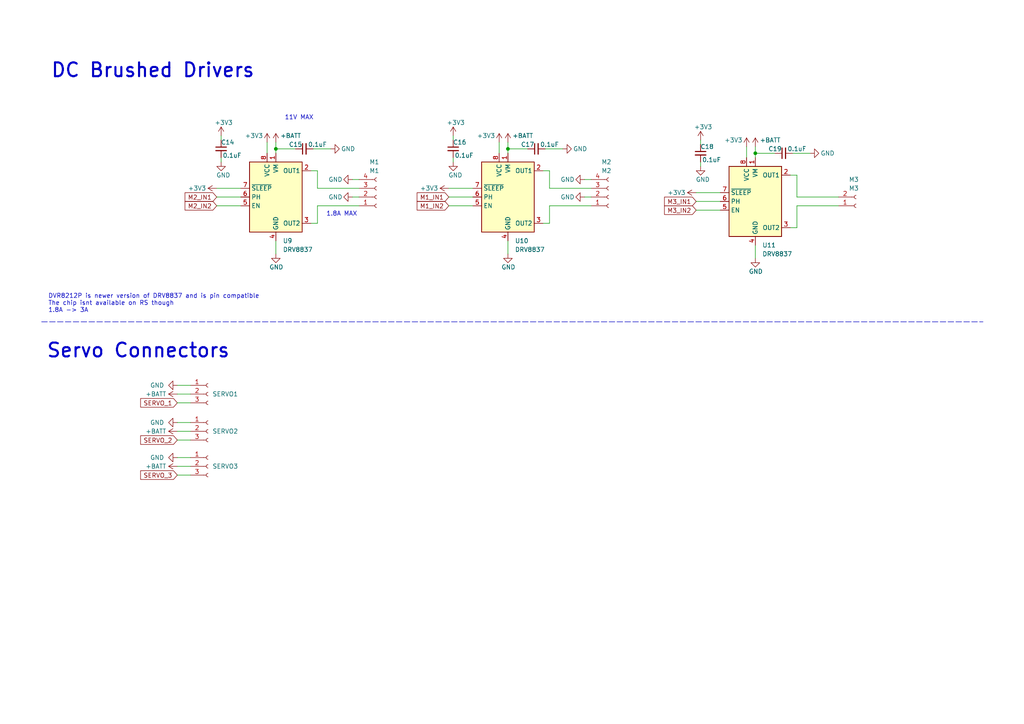
<source format=kicad_sch>
(kicad_sch (version 20211123) (generator eeschema)

  (uuid 95650435-2bca-4ab8-9424-49091483830c)

  (paper "A4")

  (lib_symbols
    (symbol "Connector:Conn_01x02_Female" (pin_names (offset 1.016) hide) (in_bom yes) (on_board yes)
      (property "Reference" "J" (id 0) (at 0 2.54 0)
        (effects (font (size 1.27 1.27)))
      )
      (property "Value" "Conn_01x02_Female" (id 1) (at 0 -5.08 0)
        (effects (font (size 1.27 1.27)))
      )
      (property "Footprint" "" (id 2) (at 0 0 0)
        (effects (font (size 1.27 1.27)) hide)
      )
      (property "Datasheet" "~" (id 3) (at 0 0 0)
        (effects (font (size 1.27 1.27)) hide)
      )
      (property "ki_keywords" "connector" (id 4) (at 0 0 0)
        (effects (font (size 1.27 1.27)) hide)
      )
      (property "ki_description" "Generic connector, single row, 01x02, script generated (kicad-library-utils/schlib/autogen/connector/)" (id 5) (at 0 0 0)
        (effects (font (size 1.27 1.27)) hide)
      )
      (property "ki_fp_filters" "Connector*:*_1x??_*" (id 6) (at 0 0 0)
        (effects (font (size 1.27 1.27)) hide)
      )
      (symbol "Conn_01x02_Female_1_1"
        (arc (start 0 -2.032) (mid -0.508 -2.54) (end 0 -3.048)
          (stroke (width 0.1524) (type default) (color 0 0 0 0))
          (fill (type none))
        )
        (polyline
          (pts
            (xy -1.27 -2.54)
            (xy -0.508 -2.54)
          )
          (stroke (width 0.1524) (type default) (color 0 0 0 0))
          (fill (type none))
        )
        (polyline
          (pts
            (xy -1.27 0)
            (xy -0.508 0)
          )
          (stroke (width 0.1524) (type default) (color 0 0 0 0))
          (fill (type none))
        )
        (arc (start 0 0.508) (mid -0.508 0) (end 0 -0.508)
          (stroke (width 0.1524) (type default) (color 0 0 0 0))
          (fill (type none))
        )
        (pin passive line (at -5.08 0 0) (length 3.81)
          (name "Pin_1" (effects (font (size 1.27 1.27))))
          (number "1" (effects (font (size 1.27 1.27))))
        )
        (pin passive line (at -5.08 -2.54 0) (length 3.81)
          (name "Pin_2" (effects (font (size 1.27 1.27))))
          (number "2" (effects (font (size 1.27 1.27))))
        )
      )
    )
    (symbol "Connector:Conn_01x03_Female" (pin_names (offset 1.016) hide) (in_bom yes) (on_board yes)
      (property "Reference" "J" (id 0) (at 0 5.08 0)
        (effects (font (size 1.27 1.27)))
      )
      (property "Value" "Conn_01x03_Female" (id 1) (at 0 -5.08 0)
        (effects (font (size 1.27 1.27)))
      )
      (property "Footprint" "" (id 2) (at 0 0 0)
        (effects (font (size 1.27 1.27)) hide)
      )
      (property "Datasheet" "~" (id 3) (at 0 0 0)
        (effects (font (size 1.27 1.27)) hide)
      )
      (property "ki_keywords" "connector" (id 4) (at 0 0 0)
        (effects (font (size 1.27 1.27)) hide)
      )
      (property "ki_description" "Generic connector, single row, 01x03, script generated (kicad-library-utils/schlib/autogen/connector/)" (id 5) (at 0 0 0)
        (effects (font (size 1.27 1.27)) hide)
      )
      (property "ki_fp_filters" "Connector*:*_1x??_*" (id 6) (at 0 0 0)
        (effects (font (size 1.27 1.27)) hide)
      )
      (symbol "Conn_01x03_Female_1_1"
        (arc (start 0 -2.032) (mid -0.508 -2.54) (end 0 -3.048)
          (stroke (width 0.1524) (type default) (color 0 0 0 0))
          (fill (type none))
        )
        (polyline
          (pts
            (xy -1.27 -2.54)
            (xy -0.508 -2.54)
          )
          (stroke (width 0.1524) (type default) (color 0 0 0 0))
          (fill (type none))
        )
        (polyline
          (pts
            (xy -1.27 0)
            (xy -0.508 0)
          )
          (stroke (width 0.1524) (type default) (color 0 0 0 0))
          (fill (type none))
        )
        (polyline
          (pts
            (xy -1.27 2.54)
            (xy -0.508 2.54)
          )
          (stroke (width 0.1524) (type default) (color 0 0 0 0))
          (fill (type none))
        )
        (arc (start 0 0.508) (mid -0.508 0) (end 0 -0.508)
          (stroke (width 0.1524) (type default) (color 0 0 0 0))
          (fill (type none))
        )
        (arc (start 0 3.048) (mid -0.508 2.54) (end 0 2.032)
          (stroke (width 0.1524) (type default) (color 0 0 0 0))
          (fill (type none))
        )
        (pin passive line (at -5.08 2.54 0) (length 3.81)
          (name "Pin_1" (effects (font (size 1.27 1.27))))
          (number "1" (effects (font (size 1.27 1.27))))
        )
        (pin passive line (at -5.08 0 0) (length 3.81)
          (name "Pin_2" (effects (font (size 1.27 1.27))))
          (number "2" (effects (font (size 1.27 1.27))))
        )
        (pin passive line (at -5.08 -2.54 0) (length 3.81)
          (name "Pin_3" (effects (font (size 1.27 1.27))))
          (number "3" (effects (font (size 1.27 1.27))))
        )
      )
    )
    (symbol "Connector:Conn_01x04_Female" (pin_names (offset 1.016) hide) (in_bom yes) (on_board yes)
      (property "Reference" "J" (id 0) (at 0 5.08 0)
        (effects (font (size 1.27 1.27)))
      )
      (property "Value" "Conn_01x04_Female" (id 1) (at 0 -7.62 0)
        (effects (font (size 1.27 1.27)))
      )
      (property "Footprint" "" (id 2) (at 0 0 0)
        (effects (font (size 1.27 1.27)) hide)
      )
      (property "Datasheet" "~" (id 3) (at 0 0 0)
        (effects (font (size 1.27 1.27)) hide)
      )
      (property "ki_keywords" "connector" (id 4) (at 0 0 0)
        (effects (font (size 1.27 1.27)) hide)
      )
      (property "ki_description" "Generic connector, single row, 01x04, script generated (kicad-library-utils/schlib/autogen/connector/)" (id 5) (at 0 0 0)
        (effects (font (size 1.27 1.27)) hide)
      )
      (property "ki_fp_filters" "Connector*:*_1x??_*" (id 6) (at 0 0 0)
        (effects (font (size 1.27 1.27)) hide)
      )
      (symbol "Conn_01x04_Female_1_1"
        (arc (start 0 -4.572) (mid -0.508 -5.08) (end 0 -5.588)
          (stroke (width 0.1524) (type default) (color 0 0 0 0))
          (fill (type none))
        )
        (arc (start 0 -2.032) (mid -0.508 -2.54) (end 0 -3.048)
          (stroke (width 0.1524) (type default) (color 0 0 0 0))
          (fill (type none))
        )
        (polyline
          (pts
            (xy -1.27 -5.08)
            (xy -0.508 -5.08)
          )
          (stroke (width 0.1524) (type default) (color 0 0 0 0))
          (fill (type none))
        )
        (polyline
          (pts
            (xy -1.27 -2.54)
            (xy -0.508 -2.54)
          )
          (stroke (width 0.1524) (type default) (color 0 0 0 0))
          (fill (type none))
        )
        (polyline
          (pts
            (xy -1.27 0)
            (xy -0.508 0)
          )
          (stroke (width 0.1524) (type default) (color 0 0 0 0))
          (fill (type none))
        )
        (polyline
          (pts
            (xy -1.27 2.54)
            (xy -0.508 2.54)
          )
          (stroke (width 0.1524) (type default) (color 0 0 0 0))
          (fill (type none))
        )
        (arc (start 0 0.508) (mid -0.508 0) (end 0 -0.508)
          (stroke (width 0.1524) (type default) (color 0 0 0 0))
          (fill (type none))
        )
        (arc (start 0 3.048) (mid -0.508 2.54) (end 0 2.032)
          (stroke (width 0.1524) (type default) (color 0 0 0 0))
          (fill (type none))
        )
        (pin passive line (at -5.08 2.54 0) (length 3.81)
          (name "Pin_1" (effects (font (size 1.27 1.27))))
          (number "1" (effects (font (size 1.27 1.27))))
        )
        (pin passive line (at -5.08 0 0) (length 3.81)
          (name "Pin_2" (effects (font (size 1.27 1.27))))
          (number "2" (effects (font (size 1.27 1.27))))
        )
        (pin passive line (at -5.08 -2.54 0) (length 3.81)
          (name "Pin_3" (effects (font (size 1.27 1.27))))
          (number "3" (effects (font (size 1.27 1.27))))
        )
        (pin passive line (at -5.08 -5.08 0) (length 3.81)
          (name "Pin_4" (effects (font (size 1.27 1.27))))
          (number "4" (effects (font (size 1.27 1.27))))
        )
      )
    )
    (symbol "Device:C_Small" (pin_numbers hide) (pin_names (offset 0.254) hide) (in_bom yes) (on_board yes)
      (property "Reference" "C" (id 0) (at 0.254 1.778 0)
        (effects (font (size 1.27 1.27)) (justify left))
      )
      (property "Value" "C_Small" (id 1) (at 0.254 -2.032 0)
        (effects (font (size 1.27 1.27)) (justify left))
      )
      (property "Footprint" "" (id 2) (at 0 0 0)
        (effects (font (size 1.27 1.27)) hide)
      )
      (property "Datasheet" "~" (id 3) (at 0 0 0)
        (effects (font (size 1.27 1.27)) hide)
      )
      (property "ki_keywords" "capacitor cap" (id 4) (at 0 0 0)
        (effects (font (size 1.27 1.27)) hide)
      )
      (property "ki_description" "Unpolarized capacitor, small symbol" (id 5) (at 0 0 0)
        (effects (font (size 1.27 1.27)) hide)
      )
      (property "ki_fp_filters" "C_*" (id 6) (at 0 0 0)
        (effects (font (size 1.27 1.27)) hide)
      )
      (symbol "C_Small_0_1"
        (polyline
          (pts
            (xy -1.524 -0.508)
            (xy 1.524 -0.508)
          )
          (stroke (width 0.3302) (type default) (color 0 0 0 0))
          (fill (type none))
        )
        (polyline
          (pts
            (xy -1.524 0.508)
            (xy 1.524 0.508)
          )
          (stroke (width 0.3048) (type default) (color 0 0 0 0))
          (fill (type none))
        )
      )
      (symbol "C_Small_1_1"
        (pin passive line (at 0 2.54 270) (length 2.032)
          (name "~" (effects (font (size 1.27 1.27))))
          (number "1" (effects (font (size 1.27 1.27))))
        )
        (pin passive line (at 0 -2.54 90) (length 2.032)
          (name "~" (effects (font (size 1.27 1.27))))
          (number "2" (effects (font (size 1.27 1.27))))
        )
      )
    )
    (symbol "Driver_Motor:DRV8838" (in_bom yes) (on_board yes)
      (property "Reference" "U" (id 0) (at 6.35 11.43 0)
        (effects (font (size 1.27 1.27)))
      )
      (property "Value" "DRV8838" (id 1) (at -10.16 11.43 0)
        (effects (font (size 1.27 1.27)))
      )
      (property "Footprint" "Package_SON:WSON-8-1EP_2x2mm_P0.5mm_EP0.9x1.6mm" (id 2) (at 0 -21.59 0)
        (effects (font (size 1.27 1.27)) hide)
      )
      (property "Datasheet" "http://www.ti.com/lit/ds/symlink/drv8837.pdf" (id 3) (at 0 0 0)
        (effects (font (size 1.27 1.27)) hide)
      )
      (property "ki_keywords" "half bridge driver" (id 4) (at 0 0 0)
        (effects (font (size 1.27 1.27)) hide)
      )
      (property "ki_description" "H-Bridge driver, 1.8A, Low Voltage, PH/EN input, WSON-8" (id 5) (at 0 0 0)
        (effects (font (size 1.27 1.27)) hide)
      )
      (property "ki_fp_filters" "WSON*1EP*2x2mm*P0.5mm*" (id 6) (at 0 0 0)
        (effects (font (size 1.27 1.27)) hide)
      )
      (symbol "DRV8838_0_1"
        (rectangle (start -7.62 10.16) (end 7.62 -10.16)
          (stroke (width 0.254) (type default) (color 0 0 0 0))
          (fill (type background))
        )
      )
      (symbol "DRV8838_1_1"
        (pin power_in line (at 0 12.7 270) (length 2.54)
          (name "VM" (effects (font (size 1.27 1.27))))
          (number "1" (effects (font (size 1.27 1.27))))
        )
        (pin output line (at 10.16 7.62 180) (length 2.54)
          (name "OUT1" (effects (font (size 1.27 1.27))))
          (number "2" (effects (font (size 1.27 1.27))))
        )
        (pin output line (at 10.16 -7.62 180) (length 2.54)
          (name "OUT2" (effects (font (size 1.27 1.27))))
          (number "3" (effects (font (size 1.27 1.27))))
        )
        (pin power_in line (at 0 -12.7 90) (length 2.54)
          (name "GND" (effects (font (size 1.27 1.27))))
          (number "4" (effects (font (size 1.27 1.27))))
        )
        (pin input line (at -10.16 -2.54 0) (length 2.54)
          (name "EN" (effects (font (size 1.27 1.27))))
          (number "5" (effects (font (size 1.27 1.27))))
        )
        (pin input line (at -10.16 0 0) (length 2.54)
          (name "PH" (effects (font (size 1.27 1.27))))
          (number "6" (effects (font (size 1.27 1.27))))
        )
        (pin input line (at -10.16 2.54 0) (length 2.54)
          (name "~{SLEEP}" (effects (font (size 1.27 1.27))))
          (number "7" (effects (font (size 1.27 1.27))))
        )
        (pin power_in line (at -2.54 12.7 270) (length 2.54)
          (name "VCC" (effects (font (size 1.27 1.27))))
          (number "8" (effects (font (size 1.27 1.27))))
        )
        (pin passive line (at 0 -12.7 90) (length 2.54) hide
          (name "GND" (effects (font (size 1.27 1.27))))
          (number "9" (effects (font (size 1.27 1.27))))
        )
      )
    )
    (symbol "power:+3V3" (power) (pin_names (offset 0)) (in_bom yes) (on_board yes)
      (property "Reference" "#PWR" (id 0) (at 0 -3.81 0)
        (effects (font (size 1.27 1.27)) hide)
      )
      (property "Value" "+3V3" (id 1) (at 0 3.556 0)
        (effects (font (size 1.27 1.27)))
      )
      (property "Footprint" "" (id 2) (at 0 0 0)
        (effects (font (size 1.27 1.27)) hide)
      )
      (property "Datasheet" "" (id 3) (at 0 0 0)
        (effects (font (size 1.27 1.27)) hide)
      )
      (property "ki_keywords" "power-flag" (id 4) (at 0 0 0)
        (effects (font (size 1.27 1.27)) hide)
      )
      (property "ki_description" "Power symbol creates a global label with name \"+3V3\"" (id 5) (at 0 0 0)
        (effects (font (size 1.27 1.27)) hide)
      )
      (symbol "+3V3_0_1"
        (polyline
          (pts
            (xy -0.762 1.27)
            (xy 0 2.54)
          )
          (stroke (width 0) (type default) (color 0 0 0 0))
          (fill (type none))
        )
        (polyline
          (pts
            (xy 0 0)
            (xy 0 2.54)
          )
          (stroke (width 0) (type default) (color 0 0 0 0))
          (fill (type none))
        )
        (polyline
          (pts
            (xy 0 2.54)
            (xy 0.762 1.27)
          )
          (stroke (width 0) (type default) (color 0 0 0 0))
          (fill (type none))
        )
      )
      (symbol "+3V3_1_1"
        (pin power_in line (at 0 0 90) (length 0) hide
          (name "+3V3" (effects (font (size 1.27 1.27))))
          (number "1" (effects (font (size 1.27 1.27))))
        )
      )
    )
    (symbol "power:+BATT" (power) (pin_names (offset 0)) (in_bom yes) (on_board yes)
      (property "Reference" "#PWR" (id 0) (at 0 -3.81 0)
        (effects (font (size 1.27 1.27)) hide)
      )
      (property "Value" "+BATT" (id 1) (at 0 3.556 0)
        (effects (font (size 1.27 1.27)))
      )
      (property "Footprint" "" (id 2) (at 0 0 0)
        (effects (font (size 1.27 1.27)) hide)
      )
      (property "Datasheet" "" (id 3) (at 0 0 0)
        (effects (font (size 1.27 1.27)) hide)
      )
      (property "ki_keywords" "power-flag battery" (id 4) (at 0 0 0)
        (effects (font (size 1.27 1.27)) hide)
      )
      (property "ki_description" "Power symbol creates a global label with name \"+BATT\"" (id 5) (at 0 0 0)
        (effects (font (size 1.27 1.27)) hide)
      )
      (symbol "+BATT_0_1"
        (polyline
          (pts
            (xy -0.762 1.27)
            (xy 0 2.54)
          )
          (stroke (width 0) (type default) (color 0 0 0 0))
          (fill (type none))
        )
        (polyline
          (pts
            (xy 0 0)
            (xy 0 2.54)
          )
          (stroke (width 0) (type default) (color 0 0 0 0))
          (fill (type none))
        )
        (polyline
          (pts
            (xy 0 2.54)
            (xy 0.762 1.27)
          )
          (stroke (width 0) (type default) (color 0 0 0 0))
          (fill (type none))
        )
      )
      (symbol "+BATT_1_1"
        (pin power_in line (at 0 0 90) (length 0) hide
          (name "+BATT" (effects (font (size 1.27 1.27))))
          (number "1" (effects (font (size 1.27 1.27))))
        )
      )
    )
    (symbol "power:GND" (power) (pin_names (offset 0)) (in_bom yes) (on_board yes)
      (property "Reference" "#PWR" (id 0) (at 0 -6.35 0)
        (effects (font (size 1.27 1.27)) hide)
      )
      (property "Value" "GND" (id 1) (at 0 -3.81 0)
        (effects (font (size 1.27 1.27)))
      )
      (property "Footprint" "" (id 2) (at 0 0 0)
        (effects (font (size 1.27 1.27)) hide)
      )
      (property "Datasheet" "" (id 3) (at 0 0 0)
        (effects (font (size 1.27 1.27)) hide)
      )
      (property "ki_keywords" "power-flag" (id 4) (at 0 0 0)
        (effects (font (size 1.27 1.27)) hide)
      )
      (property "ki_description" "Power symbol creates a global label with name \"GND\" , ground" (id 5) (at 0 0 0)
        (effects (font (size 1.27 1.27)) hide)
      )
      (symbol "GND_0_1"
        (polyline
          (pts
            (xy 0 0)
            (xy 0 -1.27)
            (xy 1.27 -1.27)
            (xy 0 -2.54)
            (xy -1.27 -1.27)
            (xy 0 -1.27)
          )
          (stroke (width 0) (type default) (color 0 0 0 0))
          (fill (type none))
        )
      )
      (symbol "GND_1_1"
        (pin power_in line (at 0 0 270) (length 0) hide
          (name "GND" (effects (font (size 1.27 1.27))))
          (number "1" (effects (font (size 1.27 1.27))))
        )
      )
    )
  )

  (junction (at 80.01 43.18) (diameter 0) (color 0 0 0 0)
    (uuid 2f309fff-b895-4b1e-9bd9-d63596e70ff2)
  )
  (junction (at 147.32 43.18) (diameter 0) (color 0 0 0 0)
    (uuid 95f8b26e-54bd-4184-99e4-276a73c3d544)
  )
  (junction (at 219.075 44.45) (diameter 0) (color 0 0 0 0)
    (uuid e16085f7-4869-4b2c-98d7-9cfae0b50045)
  )

  (wire (pts (xy 147.32 41.275) (xy 147.32 43.18))
    (stroke (width 0) (type default) (color 0 0 0 0))
    (uuid 0145818a-6243-4d94-88ab-7dd78377ebf8)
  )
  (wire (pts (xy 64.135 45.72) (xy 64.135 46.99))
    (stroke (width 0) (type default) (color 0 0 0 0))
    (uuid 016620fa-35ff-4f9d-aef2-36ec1dc505d9)
  )
  (wire (pts (xy 80.01 41.275) (xy 80.01 43.18))
    (stroke (width 0) (type default) (color 0 0 0 0))
    (uuid 023f5e17-d531-4799-ac3b-18c2654f95fe)
  )
  (wire (pts (xy 159.385 64.77) (xy 157.48 64.77))
    (stroke (width 0) (type default) (color 0 0 0 0))
    (uuid 07820d7f-76a4-46c1-b963-3adb3b47c185)
  )
  (wire (pts (xy 51.435 114.3) (xy 55.245 114.3))
    (stroke (width 0) (type default) (color 0 0 0 0))
    (uuid 0802884c-e1d8-4fa0-97bc-6a0864fe8eb9)
  )
  (wire (pts (xy 62.865 54.61) (xy 69.85 54.61))
    (stroke (width 0) (type default) (color 0 0 0 0))
    (uuid 08b0dc3c-145e-4d00-a2c1-0018935e2e50)
  )
  (wire (pts (xy 201.93 55.88) (xy 208.915 55.88))
    (stroke (width 0) (type default) (color 0 0 0 0))
    (uuid 0995efe8-2232-4179-8505-c5a952b262d5)
  )
  (wire (pts (xy 219.075 42.545) (xy 219.075 44.45))
    (stroke (width 0) (type default) (color 0 0 0 0))
    (uuid 0ab98f26-d068-46b9-b567-24b68ca7fecf)
  )
  (wire (pts (xy 131.445 39.37) (xy 131.445 40.64))
    (stroke (width 0) (type default) (color 0 0 0 0))
    (uuid 1525e89b-21c1-4a7c-91e9-4cc02a2771d6)
  )
  (wire (pts (xy 201.93 60.96) (xy 208.915 60.96))
    (stroke (width 0) (type default) (color 0 0 0 0))
    (uuid 153902c7-209a-420b-8a6b-54d996ec0c66)
  )
  (wire (pts (xy 92.075 54.61) (xy 104.14 54.61))
    (stroke (width 0) (type default) (color 0 0 0 0))
    (uuid 21722ec0-02a4-4a84-a8c9-3615814136e2)
  )
  (wire (pts (xy 51.435 111.76) (xy 55.245 111.76))
    (stroke (width 0) (type default) (color 0 0 0 0))
    (uuid 231c715d-58d8-4c96-935e-d46ac667d2df)
  )
  (wire (pts (xy 51.435 125.095) (xy 55.245 125.095))
    (stroke (width 0) (type default) (color 0 0 0 0))
    (uuid 23ad0ba0-0b3f-4814-b744-8e43aee27a6a)
  )
  (wire (pts (xy 219.075 44.45) (xy 219.075 45.72))
    (stroke (width 0) (type default) (color 0 0 0 0))
    (uuid 25bd2138-5ea2-437a-818c-804f414cc20c)
  )
  (wire (pts (xy 130.175 57.15) (xy 137.16 57.15))
    (stroke (width 0) (type default) (color 0 0 0 0))
    (uuid 2aa085e1-bd49-4e14-92a7-2400a3e00bd9)
  )
  (wire (pts (xy 159.385 59.69) (xy 159.385 64.77))
    (stroke (width 0) (type default) (color 0 0 0 0))
    (uuid 2fd8d1d0-71ad-41a0-899f-830e06e1217a)
  )
  (wire (pts (xy 64.135 39.37) (xy 64.135 40.64))
    (stroke (width 0) (type default) (color 0 0 0 0))
    (uuid 33e7788d-7921-4c62-8901-6d867dbbc1d0)
  )
  (wire (pts (xy 159.385 49.53) (xy 157.48 49.53))
    (stroke (width 0) (type default) (color 0 0 0 0))
    (uuid 38d5bf76-ea1c-408a-a0c5-aa93e70f5776)
  )
  (wire (pts (xy 51.435 137.795) (xy 55.245 137.795))
    (stroke (width 0) (type default) (color 0 0 0 0))
    (uuid 3f9a6ba7-aa06-4aaf-a32d-6ffff79494d2)
  )
  (wire (pts (xy 80.01 43.18) (xy 80.01 44.45))
    (stroke (width 0) (type default) (color 0 0 0 0))
    (uuid 4141b972-c27e-491c-aa44-73827f494d58)
  )
  (wire (pts (xy 62.865 59.69) (xy 69.85 59.69))
    (stroke (width 0) (type default) (color 0 0 0 0))
    (uuid 45cabf0f-c151-4adc-997d-38d1e9714ff5)
  )
  (wire (pts (xy 92.075 49.53) (xy 90.17 49.53))
    (stroke (width 0) (type default) (color 0 0 0 0))
    (uuid 46b8edf9-acee-43bc-aee9-1af0ee6bd992)
  )
  (wire (pts (xy 231.14 57.15) (xy 243.205 57.15))
    (stroke (width 0) (type default) (color 0 0 0 0))
    (uuid 4bdebef5-59bb-4f69-9236-4d40f401d81d)
  )
  (wire (pts (xy 169.545 52.07) (xy 171.45 52.07))
    (stroke (width 0) (type default) (color 0 0 0 0))
    (uuid 5c2a9625-6f8c-4e5f-b6a6-6d6267655a29)
  )
  (wire (pts (xy 130.175 54.61) (xy 137.16 54.61))
    (stroke (width 0) (type default) (color 0 0 0 0))
    (uuid 69960f65-6a7e-429a-b808-0700887808b3)
  )
  (wire (pts (xy 92.075 64.77) (xy 90.17 64.77))
    (stroke (width 0) (type default) (color 0 0 0 0))
    (uuid 6b2cabc6-44d7-4b49-ae0a-62f2b2ac8a26)
  )
  (wire (pts (xy 229.87 44.45) (xy 234.95 44.45))
    (stroke (width 0) (type default) (color 0 0 0 0))
    (uuid 7689b1b4-4cd7-4e23-9929-27f521328b88)
  )
  (wire (pts (xy 92.075 59.69) (xy 104.14 59.69))
    (stroke (width 0) (type default) (color 0 0 0 0))
    (uuid 7868527e-8834-438d-8df4-6515d3e47f8e)
  )
  (wire (pts (xy 51.435 132.715) (xy 55.245 132.715))
    (stroke (width 0) (type default) (color 0 0 0 0))
    (uuid 793a806d-63d0-4ac8-904a-90fd020e3966)
  )
  (wire (pts (xy 80.01 69.85) (xy 80.01 73.66))
    (stroke (width 0) (type default) (color 0 0 0 0))
    (uuid 7a1634e7-d4ac-4de9-a446-979d360d9b82)
  )
  (wire (pts (xy 102.235 52.07) (xy 104.14 52.07))
    (stroke (width 0) (type default) (color 0 0 0 0))
    (uuid 7b9ee16d-eac3-48ce-8c80-9855178befef)
  )
  (polyline (pts (xy 12.065 93.345) (xy 285.115 93.345))
    (stroke (width 0) (type default) (color 0 0 0 0))
    (uuid 7be26a35-8f61-4e89-8ed5-97d97bdfe58a)
  )

  (wire (pts (xy 201.93 58.42) (xy 208.915 58.42))
    (stroke (width 0) (type default) (color 0 0 0 0))
    (uuid 7d4ecfa5-cb69-4c1d-9b67-fd9be96a08a1)
  )
  (wire (pts (xy 231.14 50.8) (xy 231.14 57.15))
    (stroke (width 0) (type default) (color 0 0 0 0))
    (uuid 813e9037-2df4-4f0d-8191-1644c5d17f75)
  )
  (wire (pts (xy 231.14 50.8) (xy 229.235 50.8))
    (stroke (width 0) (type default) (color 0 0 0 0))
    (uuid 855b4a28-3e11-4778-8713-f058656785a9)
  )
  (wire (pts (xy 92.075 54.61) (xy 92.075 49.53))
    (stroke (width 0) (type default) (color 0 0 0 0))
    (uuid 8618ae0c-d3a9-47cd-9e59-5532baf01b84)
  )
  (wire (pts (xy 131.445 45.72) (xy 131.445 46.99))
    (stroke (width 0) (type default) (color 0 0 0 0))
    (uuid 93ad1ffb-442b-4773-aa56-06dcd8200d3c)
  )
  (wire (pts (xy 231.14 66.04) (xy 229.235 66.04))
    (stroke (width 0) (type default) (color 0 0 0 0))
    (uuid 9503e84b-e8cc-4f55-bfa5-6ee930476a0c)
  )
  (wire (pts (xy 51.435 116.84) (xy 55.245 116.84))
    (stroke (width 0) (type default) (color 0 0 0 0))
    (uuid 9525a3e8-2757-4b35-b323-0c8fc8ca1fe0)
  )
  (wire (pts (xy 51.435 135.255) (xy 55.245 135.255))
    (stroke (width 0) (type default) (color 0 0 0 0))
    (uuid 957bd69c-0b28-450b-957a-c9775b297749)
  )
  (wire (pts (xy 62.865 57.15) (xy 69.85 57.15))
    (stroke (width 0) (type default) (color 0 0 0 0))
    (uuid 9d3b65e5-c305-4e7f-bd3b-1806a2b81ef5)
  )
  (wire (pts (xy 159.385 54.61) (xy 171.45 54.61))
    (stroke (width 0) (type default) (color 0 0 0 0))
    (uuid aeeb5c3d-e1f3-4c60-9237-ee3a6d4fe095)
  )
  (wire (pts (xy 159.385 54.61) (xy 159.385 49.53))
    (stroke (width 0) (type default) (color 0 0 0 0))
    (uuid b30e2834-f9e0-4d6d-b58e-0684a1f588b4)
  )
  (wire (pts (xy 203.2 40.64) (xy 203.2 41.91))
    (stroke (width 0) (type default) (color 0 0 0 0))
    (uuid b77cf76b-3db5-4536-a82a-2da0d5b32d9f)
  )
  (wire (pts (xy 219.075 44.45) (xy 224.79 44.45))
    (stroke (width 0) (type default) (color 0 0 0 0))
    (uuid ba77d96a-4f6a-41a2-b5fd-61c1f841cca0)
  )
  (wire (pts (xy 216.535 42.545) (xy 216.535 45.72))
    (stroke (width 0) (type default) (color 0 0 0 0))
    (uuid bf4b1704-01c4-4efa-9f10-f1e414a19309)
  )
  (wire (pts (xy 147.32 69.85) (xy 147.32 73.66))
    (stroke (width 0) (type default) (color 0 0 0 0))
    (uuid c0a3d68f-4e87-4d35-8f58-2dbdaf90d530)
  )
  (wire (pts (xy 219.075 71.12) (xy 219.075 74.93))
    (stroke (width 0) (type default) (color 0 0 0 0))
    (uuid c504b5c5-b570-4acf-b284-210aca04141e)
  )
  (wire (pts (xy 147.32 43.18) (xy 153.035 43.18))
    (stroke (width 0) (type default) (color 0 0 0 0))
    (uuid c6767b57-e432-4d0d-a5d1-bee2120e6f90)
  )
  (wire (pts (xy 51.435 122.555) (xy 55.245 122.555))
    (stroke (width 0) (type default) (color 0 0 0 0))
    (uuid c8b39d36-266f-40d2-b774-fd1613850154)
  )
  (wire (pts (xy 147.32 43.18) (xy 147.32 44.45))
    (stroke (width 0) (type default) (color 0 0 0 0))
    (uuid ca2c03c4-c8be-4bd9-99ff-24508d725122)
  )
  (wire (pts (xy 77.47 41.275) (xy 77.47 44.45))
    (stroke (width 0) (type default) (color 0 0 0 0))
    (uuid cb0c58e5-499a-4707-b90a-a61bf8d6ef76)
  )
  (wire (pts (xy 92.075 59.69) (xy 92.075 64.77))
    (stroke (width 0) (type default) (color 0 0 0 0))
    (uuid cf4e930f-3b44-4db8-8bce-d6379b72ca8a)
  )
  (wire (pts (xy 159.385 59.69) (xy 171.45 59.69))
    (stroke (width 0) (type default) (color 0 0 0 0))
    (uuid d40305bd-5a7b-458e-aa2c-c8134ed20aa7)
  )
  (wire (pts (xy 243.205 59.69) (xy 231.14 59.69))
    (stroke (width 0) (type default) (color 0 0 0 0))
    (uuid d80e08e2-e265-41af-978c-59dbadec2da2)
  )
  (wire (pts (xy 158.115 43.18) (xy 163.195 43.18))
    (stroke (width 0) (type default) (color 0 0 0 0))
    (uuid deccc679-a148-47b4-b65d-0d62ad3e33a1)
  )
  (wire (pts (xy 203.2 46.99) (xy 203.2 48.26))
    (stroke (width 0) (type default) (color 0 0 0 0))
    (uuid e88745e2-13bd-482d-953f-de3b1ba156a1)
  )
  (wire (pts (xy 144.78 41.275) (xy 144.78 44.45))
    (stroke (width 0) (type default) (color 0 0 0 0))
    (uuid eccf20a0-a723-4915-822d-a8a89043c207)
  )
  (wire (pts (xy 169.545 57.15) (xy 171.45 57.15))
    (stroke (width 0) (type default) (color 0 0 0 0))
    (uuid ed60e2a5-e7e8-4516-9c8b-af5335961617)
  )
  (wire (pts (xy 102.235 57.15) (xy 104.14 57.15))
    (stroke (width 0) (type default) (color 0 0 0 0))
    (uuid f0a394a3-9d0e-4756-8f73-194a99369c98)
  )
  (wire (pts (xy 80.01 43.18) (xy 85.725 43.18))
    (stroke (width 0) (type default) (color 0 0 0 0))
    (uuid f2f83e82-92ad-43d3-87e7-8259cb3420a6)
  )
  (wire (pts (xy 51.435 127.635) (xy 55.245 127.635))
    (stroke (width 0) (type default) (color 0 0 0 0))
    (uuid f49d6a54-5f69-4ad1-9f89-b0ab90812e26)
  )
  (wire (pts (xy 90.805 43.18) (xy 95.885 43.18))
    (stroke (width 0) (type default) (color 0 0 0 0))
    (uuid f92563d4-6438-4506-8208-fdea09db36e0)
  )
  (wire (pts (xy 130.175 59.69) (xy 137.16 59.69))
    (stroke (width 0) (type default) (color 0 0 0 0))
    (uuid fe48ff45-0a1a-40bb-a07e-76e9ef79367d)
  )
  (wire (pts (xy 231.14 59.69) (xy 231.14 66.04))
    (stroke (width 0) (type default) (color 0 0 0 0))
    (uuid ff123e66-14cb-43ad-ae55-796f232f84ea)
  )

  (text "Servo Connectors" (at 13.335 104.14 0)
    (effects (font (size 4 4) (thickness 0.6) bold) (justify left bottom))
    (uuid 1b1eefc8-34fa-4eb5-869a-9b0a4ac1e13d)
  )
  (text "DVR8212P is newer version of DRV8837 and is pin compatible\nThe chip isnt available on RS though\n1.8A -> 3A"
    (at 13.97 90.805 0)
    (effects (font (size 1.27 1.27)) (justify left bottom))
    (uuid 3e64d4d4-01be-47dc-98d3-84a9fed17cfd)
  )
  (text "1.8A MAX" (at 94.615 62.865 0)
    (effects (font (size 1.27 1.27)) (justify left bottom))
    (uuid b6986de4-b5bf-4704-bb32-0bdc41c60d6b)
  )
  (text "11V MAX" (at 82.55 34.925 0)
    (effects (font (size 1.27 1.27)) (justify left bottom))
    (uuid b6fa5fa8-1327-4771-97cf-93ad0bf2fa17)
  )
  (text "DC Brushed Drivers" (at 14.605 22.86 0)
    (effects (font (size 4 4) (thickness 0.6) bold) (justify left bottom))
    (uuid ea69e9d8-d362-438e-86c2-f7e781fd4830)
  )

  (global_label "M3_IN1" (shape input) (at 201.93 58.42 180) (fields_autoplaced)
    (effects (font (size 1.27 1.27)) (justify right))
    (uuid 0cb28def-cde5-45f6-b937-ed79745bc3dc)
    (property "Intersheet References" "${INTERSHEET_REFS}" (id 0) (at 192.7436 58.3406 0)
      (effects (font (size 1.27 1.27)) (justify right) hide)
    )
  )
  (global_label "M2_IN2" (shape input) (at 62.865 59.69 180) (fields_autoplaced)
    (effects (font (size 1.27 1.27)) (justify right))
    (uuid 174883c3-b3d3-4da6-89ca-bcfe0260112e)
    (property "Intersheet References" "${INTERSHEET_REFS}" (id 0) (at 53.6786 59.6106 0)
      (effects (font (size 1.27 1.27)) (justify right) hide)
    )
  )
  (global_label "M3_IN2" (shape input) (at 201.93 60.96 180) (fields_autoplaced)
    (effects (font (size 1.27 1.27)) (justify right))
    (uuid 182f498f-bb42-42b4-9db4-c048730e9b63)
    (property "Intersheet References" "${INTERSHEET_REFS}" (id 0) (at 192.7436 60.8806 0)
      (effects (font (size 1.27 1.27)) (justify right) hide)
    )
  )
  (global_label "SERVO_1" (shape input) (at 51.435 116.84 180) (fields_autoplaced)
    (effects (font (size 1.27 1.27)) (justify right))
    (uuid 250200b2-d2eb-4c1d-8b57-6e1b0746953e)
    (property "Intersheet References" "${INTERSHEET_REFS}" (id 0) (at 40.7971 116.7606 0)
      (effects (font (size 1.27 1.27)) (justify right) hide)
    )
  )
  (global_label "M1_IN1" (shape input) (at 130.175 57.15 180) (fields_autoplaced)
    (effects (font (size 1.27 1.27)) (justify right))
    (uuid 48133d13-c28f-46c3-bcfa-e15ee43a50ae)
    (property "Intersheet References" "${INTERSHEET_REFS}" (id 0) (at 120.9886 57.0706 0)
      (effects (font (size 1.27 1.27)) (justify right) hide)
    )
  )
  (global_label "M1_IN2" (shape input) (at 130.175 59.69 180) (fields_autoplaced)
    (effects (font (size 1.27 1.27)) (justify right))
    (uuid 8c9853a7-bfee-4c40-9d1f-5ba22d7390c8)
    (property "Intersheet References" "${INTERSHEET_REFS}" (id 0) (at 120.9886 59.6106 0)
      (effects (font (size 1.27 1.27)) (justify right) hide)
    )
  )
  (global_label "SERVO_2" (shape input) (at 51.435 127.635 180) (fields_autoplaced)
    (effects (font (size 1.27 1.27)) (justify right))
    (uuid 8d3b8ee5-0c66-4e4f-ab5f-9a12f8ff3ee6)
    (property "Intersheet References" "${INTERSHEET_REFS}" (id 0) (at 40.7971 127.5556 0)
      (effects (font (size 1.27 1.27)) (justify right) hide)
    )
  )
  (global_label "M2_IN1" (shape input) (at 62.865 57.15 180) (fields_autoplaced)
    (effects (font (size 1.27 1.27)) (justify right))
    (uuid f6876710-31a0-4382-9ae8-73970cc98b92)
    (property "Intersheet References" "${INTERSHEET_REFS}" (id 0) (at 53.6786 57.0706 0)
      (effects (font (size 1.27 1.27)) (justify right) hide)
    )
  )
  (global_label "SERVO_3" (shape input) (at 51.435 137.795 180) (fields_autoplaced)
    (effects (font (size 1.27 1.27)) (justify right))
    (uuid fe568b8f-d73a-4d3f-81dc-0b4fabcc946b)
    (property "Intersheet References" "${INTERSHEET_REFS}" (id 0) (at 40.7971 137.7156 0)
      (effects (font (size 1.27 1.27)) (justify right) hide)
    )
  )

  (symbol (lib_id "Connector:Conn_01x04_Female") (at 109.22 57.15 0) (mirror x) (unit 1)
    (in_bom no) (on_board yes) (fields_autoplaced)
    (uuid 01683630-4ee8-4d7e-93b5-683152bbae55)
    (property "Reference" "M1" (id 0) (at 108.585 46.99 0))
    (property "Value" "M1" (id 1) (at 108.585 49.53 0))
    (property "Footprint" "Connector_PinHeader_2.54mm:PinHeader_2x02_P2.54mm_Vertical" (id 2) (at 109.22 57.15 0)
      (effects (font (size 1.27 1.27)) hide)
    )
    (property "Datasheet" "~" (id 3) (at 109.22 57.15 0)
      (effects (font (size 1.27 1.27)) hide)
    )
    (pin "1" (uuid 0c764934-fd92-478e-bda4-e4b81b7998d1))
    (pin "2" (uuid 7e11488a-9823-457e-8e0a-2bfe1ac0ae2f))
    (pin "3" (uuid 1b5d7d26-6dc3-49cb-90f8-6af889cc4f21))
    (pin "4" (uuid b8ba82c1-8b2c-46f5-9da8-ae384717f91d))
  )

  (symbol (lib_id "power:+3V3") (at 130.175 54.61 90) (unit 1)
    (in_bom yes) (on_board yes)
    (uuid 027cfbd9-e6fd-42fc-8c85-c0282c500841)
    (property "Reference" "#PWR0168" (id 0) (at 133.985 54.61 0)
      (effects (font (size 1.27 1.27)) hide)
    )
    (property "Value" "+3V3" (id 1) (at 124.46 54.61 90))
    (property "Footprint" "" (id 2) (at 130.175 54.61 0)
      (effects (font (size 1.27 1.27)) hide)
    )
    (property "Datasheet" "" (id 3) (at 130.175 54.61 0)
      (effects (font (size 1.27 1.27)) hide)
    )
    (pin "1" (uuid 0fae5471-c973-4851-b2e0-ce4d1475f30d))
  )

  (symbol (lib_id "power:+BATT") (at 80.01 41.275 0) (unit 1)
    (in_bom yes) (on_board yes)
    (uuid 0d562b28-7faa-44f7-b1e6-1ebbb83ef049)
    (property "Reference" "#PWR0120" (id 0) (at 80.01 45.085 0)
      (effects (font (size 1.27 1.27)) hide)
    )
    (property "Value" "+BATT" (id 1) (at 81.28 39.37 0)
      (effects (font (size 1.27 1.27)) (justify left))
    )
    (property "Footprint" "" (id 2) (at 80.01 41.275 0)
      (effects (font (size 1.27 1.27)) hide)
    )
    (property "Datasheet" "" (id 3) (at 80.01 41.275 0)
      (effects (font (size 1.27 1.27)) hide)
    )
    (pin "1" (uuid 69e82d4f-d75c-49fd-a176-c2700f8a6a8b))
  )

  (symbol (lib_id "power:GND") (at 147.32 73.66 0) (unit 1)
    (in_bom yes) (on_board yes)
    (uuid 10f7f8f0-a64a-400b-bbdc-4e005410d865)
    (property "Reference" "#PWR0149" (id 0) (at 147.32 80.01 0)
      (effects (font (size 1.27 1.27)) hide)
    )
    (property "Value" "GND" (id 1) (at 145.415 77.47 0)
      (effects (font (size 1.27 1.27)) (justify left))
    )
    (property "Footprint" "" (id 2) (at 147.32 73.66 0)
      (effects (font (size 1.27 1.27)) hide)
    )
    (property "Datasheet" "" (id 3) (at 147.32 73.66 0)
      (effects (font (size 1.27 1.27)) hide)
    )
    (pin "1" (uuid f3721dfe-65d6-444e-b815-121c80ae629c))
  )

  (symbol (lib_id "power:GND") (at 219.075 74.93 0) (unit 1)
    (in_bom yes) (on_board yes)
    (uuid 161aac87-10fc-40e7-be87-8e49b2f21156)
    (property "Reference" "#PWR013" (id 0) (at 219.075 81.28 0)
      (effects (font (size 1.27 1.27)) hide)
    )
    (property "Value" "GND" (id 1) (at 217.17 78.74 0)
      (effects (font (size 1.27 1.27)) (justify left))
    )
    (property "Footprint" "" (id 2) (at 219.075 74.93 0)
      (effects (font (size 1.27 1.27)) hide)
    )
    (property "Datasheet" "" (id 3) (at 219.075 74.93 0)
      (effects (font (size 1.27 1.27)) hide)
    )
    (pin "1" (uuid dc45226c-51d6-47cd-b07c-444c065821f7))
  )

  (symbol (lib_id "power:+3V3") (at 131.445 39.37 0) (unit 1)
    (in_bom yes) (on_board yes)
    (uuid 1629c8eb-71d5-40d9-8969-fe1953db6fee)
    (property "Reference" "#PWR0147" (id 0) (at 131.445 43.18 0)
      (effects (font (size 1.27 1.27)) hide)
    )
    (property "Value" "+3V3" (id 1) (at 129.54 35.56 0)
      (effects (font (size 1.27 1.27)) (justify left))
    )
    (property "Footprint" "" (id 2) (at 131.445 39.37 0)
      (effects (font (size 1.27 1.27)) hide)
    )
    (property "Datasheet" "" (id 3) (at 131.445 39.37 0)
      (effects (font (size 1.27 1.27)) hide)
    )
    (pin "1" (uuid 7f797ba5-66cb-4830-90e7-c877f3b69578))
  )

  (symbol (lib_id "power:GND") (at 64.135 46.99 0) (unit 1)
    (in_bom yes) (on_board yes)
    (uuid 23fa888a-3744-4966-bf13-5b352e7b9079)
    (property "Reference" "#PWR0157" (id 0) (at 64.135 53.34 0)
      (effects (font (size 1.27 1.27)) hide)
    )
    (property "Value" "GND" (id 1) (at 64.77 50.8 0))
    (property "Footprint" "" (id 2) (at 64.135 46.99 0)
      (effects (font (size 1.27 1.27)) hide)
    )
    (property "Datasheet" "" (id 3) (at 64.135 46.99 0)
      (effects (font (size 1.27 1.27)) hide)
    )
    (pin "1" (uuid 3f4f9f0c-162b-4f96-afbf-a24888dc3135))
  )

  (symbol (lib_id "power:+BATT") (at 51.435 135.255 90) (unit 1)
    (in_bom yes) (on_board yes) (fields_autoplaced)
    (uuid 2bd73926-648b-46d7-8b0e-80186a57f654)
    (property "Reference" "#PWR0177" (id 0) (at 55.245 135.255 0)
      (effects (font (size 1.27 1.27)) hide)
    )
    (property "Value" "+BATT" (id 1) (at 48.26 135.2549 90)
      (effects (font (size 1.27 1.27)) (justify left))
    )
    (property "Footprint" "" (id 2) (at 51.435 135.255 0)
      (effects (font (size 1.27 1.27)) hide)
    )
    (property "Datasheet" "" (id 3) (at 51.435 135.255 0)
      (effects (font (size 1.27 1.27)) hide)
    )
    (pin "1" (uuid fcd8bc7a-b509-42e7-9f51-291857925c19))
  )

  (symbol (lib_id "power:+3V3") (at 62.865 54.61 90) (unit 1)
    (in_bom yes) (on_board yes)
    (uuid 3570b042-3bdb-4832-a220-d45df5df14b9)
    (property "Reference" "#PWR0169" (id 0) (at 66.675 54.61 0)
      (effects (font (size 1.27 1.27)) hide)
    )
    (property "Value" "+3V3" (id 1) (at 57.15 54.61 90))
    (property "Footprint" "" (id 2) (at 62.865 54.61 0)
      (effects (font (size 1.27 1.27)) hide)
    )
    (property "Datasheet" "" (id 3) (at 62.865 54.61 0)
      (effects (font (size 1.27 1.27)) hide)
    )
    (pin "1" (uuid 984b59d7-d0b1-4a91-af0b-5146466b53da))
  )

  (symbol (lib_id "power:GND") (at 163.195 43.18 90) (unit 1)
    (in_bom yes) (on_board yes)
    (uuid 43c72eab-6778-439f-bdb2-a62bdaa6dc5a)
    (property "Reference" "#PWR0151" (id 0) (at 169.545 43.18 0)
      (effects (font (size 1.27 1.27)) hide)
    )
    (property "Value" "GND" (id 1) (at 168.275 43.18 90))
    (property "Footprint" "" (id 2) (at 163.195 43.18 0)
      (effects (font (size 1.27 1.27)) hide)
    )
    (property "Datasheet" "" (id 3) (at 163.195 43.18 0)
      (effects (font (size 1.27 1.27)) hide)
    )
    (pin "1" (uuid 57ec6319-a98a-4ba2-b503-50802f2e6c20))
  )

  (symbol (lib_id "Device:C_Small") (at 64.135 43.18 0) (unit 1)
    (in_bom yes) (on_board yes)
    (uuid 469da584-fdcb-4b4c-a574-a51d09409b09)
    (property "Reference" "C14" (id 0) (at 66.04 41.275 0))
    (property "Value" "0.1uF" (id 1) (at 67.31 45.085 0))
    (property "Footprint" "Capacitor_SMD:C_0603_1608Metric" (id 2) (at 64.135 43.18 0)
      (effects (font (size 1.27 1.27)) hide)
    )
    (property "Datasheet" "~" (id 3) (at 64.135 43.18 0)
      (effects (font (size 1.27 1.27)) hide)
    )
    (property "Vendor" "RS" (id 4) (at 64.135 43.18 0)
      (effects (font (size 1.27 1.27)) hide)
    )
    (property "RS Link" "https://uk.rs-online.com/web/p/mlccs-multilayer-ceramic-capacitors/6983263" (id 5) (at 64.135 43.18 0)
      (effects (font (size 1.27 1.27)) hide)
    )
    (property "RS Price" "0.01" (id 6) (at 64.135 43.18 0)
      (effects (font (size 1.27 1.27)) hide)
    )
    (property "RS Min" "25" (id 7) (at 64.135 43.18 0)
      (effects (font (size 1.27 1.27)) hide)
    )
    (pin "1" (uuid 2fad88af-5417-402d-b963-515770ecedd9))
    (pin "2" (uuid 8dab78a3-88b6-47d5-b721-6051e24ea954))
  )

  (symbol (lib_id "power:GND") (at 80.01 73.66 0) (unit 1)
    (in_bom yes) (on_board yes)
    (uuid 481997a1-5a99-4400-b3d1-fa53a3642bd5)
    (property "Reference" "#PWR0156" (id 0) (at 80.01 80.01 0)
      (effects (font (size 1.27 1.27)) hide)
    )
    (property "Value" "GND" (id 1) (at 78.105 77.47 0)
      (effects (font (size 1.27 1.27)) (justify left))
    )
    (property "Footprint" "" (id 2) (at 80.01 73.66 0)
      (effects (font (size 1.27 1.27)) hide)
    )
    (property "Datasheet" "" (id 3) (at 80.01 73.66 0)
      (effects (font (size 1.27 1.27)) hide)
    )
    (pin "1" (uuid 2645507e-6fea-4ad6-ad97-c94e6b9dab08))
  )

  (symbol (lib_id "Connector:Conn_01x03_Female") (at 60.325 135.255 0) (unit 1)
    (in_bom no) (on_board yes)
    (uuid 4a9e3243-44fe-4ec0-bc94-a093f6136e8f)
    (property "Reference" "SERVO3" (id 0) (at 61.595 135.255 0)
      (effects (font (size 1.27 1.27)) (justify left))
    )
    (property "Value" "Servo 3" (id 1) (at 61.595 136.5249 0)
      (effects (font (size 1.27 1.27)) (justify left) hide)
    )
    (property "Footprint" "Connector_PinHeader_2.54mm:PinHeader_1x03_P2.54mm_Vertical" (id 2) (at 60.325 135.255 0)
      (effects (font (size 1.27 1.27)) hide)
    )
    (property "Datasheet" "~" (id 3) (at 60.325 135.255 0)
      (effects (font (size 1.27 1.27)) hide)
    )
    (pin "1" (uuid 831ea29d-10eb-4043-a202-c5585aca5829))
    (pin "2" (uuid 28a6fdec-a9ab-448c-b59a-db213e7acb81))
    (pin "3" (uuid 2c92925a-2ea7-49c2-86b1-2b6a2b1f5a93))
  )

  (symbol (lib_id "power:+BATT") (at 147.32 41.275 0) (unit 1)
    (in_bom yes) (on_board yes)
    (uuid 4c5141d5-2182-4ab2-bbe0-446577fafd86)
    (property "Reference" "#PWR0132" (id 0) (at 147.32 45.085 0)
      (effects (font (size 1.27 1.27)) hide)
    )
    (property "Value" "+BATT" (id 1) (at 148.59 39.37 0)
      (effects (font (size 1.27 1.27)) (justify left))
    )
    (property "Footprint" "" (id 2) (at 147.32 41.275 0)
      (effects (font (size 1.27 1.27)) hide)
    )
    (property "Datasheet" "" (id 3) (at 147.32 41.275 0)
      (effects (font (size 1.27 1.27)) hide)
    )
    (pin "1" (uuid 67cdeb22-c61c-406a-89f8-89a1d444cdbe))
  )

  (symbol (lib_id "power:+3V3") (at 201.93 55.88 90) (unit 1)
    (in_bom yes) (on_board yes)
    (uuid 4f69a446-4211-4b75-bc18-99a8a18ae133)
    (property "Reference" "#PWR09" (id 0) (at 205.74 55.88 0)
      (effects (font (size 1.27 1.27)) hide)
    )
    (property "Value" "+3V3" (id 1) (at 196.215 55.88 90))
    (property "Footprint" "" (id 2) (at 201.93 55.88 0)
      (effects (font (size 1.27 1.27)) hide)
    )
    (property "Datasheet" "" (id 3) (at 201.93 55.88 0)
      (effects (font (size 1.27 1.27)) hide)
    )
    (pin "1" (uuid 2d6aa09f-dd95-4055-92ce-f2c49397515b))
  )

  (symbol (lib_id "power:GND") (at 95.885 43.18 90) (unit 1)
    (in_bom yes) (on_board yes)
    (uuid 55667375-1073-43ad-97cf-d5787c184823)
    (property "Reference" "#PWR0155" (id 0) (at 102.235 43.18 0)
      (effects (font (size 1.27 1.27)) hide)
    )
    (property "Value" "GND" (id 1) (at 100.965 43.18 90))
    (property "Footprint" "" (id 2) (at 95.885 43.18 0)
      (effects (font (size 1.27 1.27)) hide)
    )
    (property "Datasheet" "" (id 3) (at 95.885 43.18 0)
      (effects (font (size 1.27 1.27)) hide)
    )
    (pin "1" (uuid 9819dac3-ff7c-43f2-9b87-7be4b172bda8))
  )

  (symbol (lib_id "power:GND") (at 234.95 44.45 90) (unit 1)
    (in_bom yes) (on_board yes)
    (uuid 55e6df82-60ee-4223-b202-53e61c69eae3)
    (property "Reference" "#PWR014" (id 0) (at 241.3 44.45 0)
      (effects (font (size 1.27 1.27)) hide)
    )
    (property "Value" "GND" (id 1) (at 240.03 44.45 90))
    (property "Footprint" "" (id 2) (at 234.95 44.45 0)
      (effects (font (size 1.27 1.27)) hide)
    )
    (property "Datasheet" "" (id 3) (at 234.95 44.45 0)
      (effects (font (size 1.27 1.27)) hide)
    )
    (pin "1" (uuid 25f58dbe-5e35-43b3-8684-2a64cc013fad))
  )

  (symbol (lib_id "power:+BATT") (at 51.435 125.095 90) (unit 1)
    (in_bom yes) (on_board yes) (fields_autoplaced)
    (uuid 6d9a4855-e0de-4c65-9273-2bdef1f8bb2f)
    (property "Reference" "#PWR0176" (id 0) (at 55.245 125.095 0)
      (effects (font (size 1.27 1.27)) hide)
    )
    (property "Value" "+BATT" (id 1) (at 48.26 125.0949 90)
      (effects (font (size 1.27 1.27)) (justify left))
    )
    (property "Footprint" "" (id 2) (at 51.435 125.095 0)
      (effects (font (size 1.27 1.27)) hide)
    )
    (property "Datasheet" "" (id 3) (at 51.435 125.095 0)
      (effects (font (size 1.27 1.27)) hide)
    )
    (pin "1" (uuid 9cf331d6-b074-4779-bfeb-63150566901c))
  )

  (symbol (lib_id "power:GND") (at 131.445 46.99 0) (unit 1)
    (in_bom yes) (on_board yes)
    (uuid 711e5e65-a5c2-4cd8-a28b-7d66f6a947aa)
    (property "Reference" "#PWR0150" (id 0) (at 131.445 53.34 0)
      (effects (font (size 1.27 1.27)) hide)
    )
    (property "Value" "GND" (id 1) (at 132.08 50.8 0))
    (property "Footprint" "" (id 2) (at 131.445 46.99 0)
      (effects (font (size 1.27 1.27)) hide)
    )
    (property "Datasheet" "" (id 3) (at 131.445 46.99 0)
      (effects (font (size 1.27 1.27)) hide)
    )
    (pin "1" (uuid b486b2b9-32d2-4061-b87a-a00c7b7624b9))
  )

  (symbol (lib_id "power:+3V3") (at 216.535 42.545 0) (unit 1)
    (in_bom yes) (on_board yes)
    (uuid 7a42b7d3-bfa4-4125-99b4-2a3bbd08566e)
    (property "Reference" "#PWR012" (id 0) (at 216.535 46.355 0)
      (effects (font (size 1.27 1.27)) hide)
    )
    (property "Value" "+3V3" (id 1) (at 212.725 40.64 0))
    (property "Footprint" "" (id 2) (at 216.535 42.545 0)
      (effects (font (size 1.27 1.27)) hide)
    )
    (property "Datasheet" "" (id 3) (at 216.535 42.545 0)
      (effects (font (size 1.27 1.27)) hide)
    )
    (pin "1" (uuid 3045b549-cced-494a-9ae4-9bdff682a87d))
  )

  (symbol (lib_id "power:GND") (at 169.545 52.07 270) (unit 1)
    (in_bom yes) (on_board yes)
    (uuid 847d8d8d-ebfb-490d-891c-77a968a21e1b)
    (property "Reference" "#PWR0161" (id 0) (at 163.195 52.07 0)
      (effects (font (size 1.27 1.27)) hide)
    )
    (property "Value" "GND" (id 1) (at 162.56 52.07 90)
      (effects (font (size 1.27 1.27)) (justify left))
    )
    (property "Footprint" "" (id 2) (at 169.545 52.07 0)
      (effects (font (size 1.27 1.27)) hide)
    )
    (property "Datasheet" "" (id 3) (at 169.545 52.07 0)
      (effects (font (size 1.27 1.27)) hide)
    )
    (pin "1" (uuid f547b75f-23a0-4ef2-968a-38a7b355461a))
  )

  (symbol (lib_id "power:GND") (at 51.435 122.555 270) (unit 1)
    (in_bom yes) (on_board yes) (fields_autoplaced)
    (uuid 88b2d8ef-92f3-4712-86ba-ef966698a9b1)
    (property "Reference" "#PWR0154" (id 0) (at 45.085 122.555 0)
      (effects (font (size 1.27 1.27)) hide)
    )
    (property "Value" "GND" (id 1) (at 47.625 122.5549 90)
      (effects (font (size 1.27 1.27)) (justify right))
    )
    (property "Footprint" "" (id 2) (at 51.435 122.555 0)
      (effects (font (size 1.27 1.27)) hide)
    )
    (property "Datasheet" "" (id 3) (at 51.435 122.555 0)
      (effects (font (size 1.27 1.27)) hide)
    )
    (pin "1" (uuid 452306bb-04bb-4412-9626-e8d6d4581379))
  )

  (symbol (lib_id "Connector:Conn_01x04_Female") (at 176.53 57.15 0) (mirror x) (unit 1)
    (in_bom no) (on_board yes) (fields_autoplaced)
    (uuid 89ca28f1-d5ea-4cc8-8251-d4e1fc2381ff)
    (property "Reference" "M2" (id 0) (at 175.895 46.99 0))
    (property "Value" "M2" (id 1) (at 175.895 49.53 0))
    (property "Footprint" "Connector_PinHeader_2.54mm:PinHeader_2x02_P2.54mm_Vertical" (id 2) (at 176.53 57.15 0)
      (effects (font (size 1.27 1.27)) hide)
    )
    (property "Datasheet" "~" (id 3) (at 176.53 57.15 0)
      (effects (font (size 1.27 1.27)) hide)
    )
    (pin "1" (uuid b88bdf5f-0227-4a64-b67b-b8eada8f16d6))
    (pin "2" (uuid a454b755-8805-495c-94c8-925c0acbb302))
    (pin "3" (uuid 44f4f35a-155b-465b-8a16-596cf8cad7b2))
    (pin "4" (uuid d80b7c76-d711-4a60-b46b-ba26258b2bf0))
  )

  (symbol (lib_id "power:GND") (at 102.235 52.07 270) (unit 1)
    (in_bom yes) (on_board yes)
    (uuid 977ad947-a104-4c6a-803f-5f419f549466)
    (property "Reference" "#PWR0160" (id 0) (at 95.885 52.07 0)
      (effects (font (size 1.27 1.27)) hide)
    )
    (property "Value" "GND" (id 1) (at 95.25 52.07 90)
      (effects (font (size 1.27 1.27)) (justify left))
    )
    (property "Footprint" "" (id 2) (at 102.235 52.07 0)
      (effects (font (size 1.27 1.27)) hide)
    )
    (property "Datasheet" "" (id 3) (at 102.235 52.07 0)
      (effects (font (size 1.27 1.27)) hide)
    )
    (pin "1" (uuid 9a324768-0c9b-46b8-8860-9fdf9b8a7402))
  )

  (symbol (lib_id "power:+BATT") (at 219.075 42.545 0) (unit 1)
    (in_bom yes) (on_board yes)
    (uuid 9e19ef94-ec75-4d5d-b563-031752e65674)
    (property "Reference" "#PWR0174" (id 0) (at 219.075 46.355 0)
      (effects (font (size 1.27 1.27)) hide)
    )
    (property "Value" "+BATT" (id 1) (at 220.345 40.64 0)
      (effects (font (size 1.27 1.27)) (justify left))
    )
    (property "Footprint" "" (id 2) (at 219.075 42.545 0)
      (effects (font (size 1.27 1.27)) hide)
    )
    (property "Datasheet" "" (id 3) (at 219.075 42.545 0)
      (effects (font (size 1.27 1.27)) hide)
    )
    (pin "1" (uuid 9b5fd6eb-3149-4768-aea1-80e2660aa22e))
  )

  (symbol (lib_id "power:GND") (at 102.235 57.15 270) (unit 1)
    (in_bom yes) (on_board yes)
    (uuid 9edfa18b-d6cc-4319-b2f3-9aa23e05c89c)
    (property "Reference" "#PWR0162" (id 0) (at 95.885 57.15 0)
      (effects (font (size 1.27 1.27)) hide)
    )
    (property "Value" "GND" (id 1) (at 95.25 57.15 90)
      (effects (font (size 1.27 1.27)) (justify left))
    )
    (property "Footprint" "" (id 2) (at 102.235 57.15 0)
      (effects (font (size 1.27 1.27)) hide)
    )
    (property "Datasheet" "" (id 3) (at 102.235 57.15 0)
      (effects (font (size 1.27 1.27)) hide)
    )
    (pin "1" (uuid 0221a45f-6c8f-4f29-ace0-8461ceabb587))
  )

  (symbol (lib_id "Device:C_Small") (at 227.33 44.45 90) (unit 1)
    (in_bom yes) (on_board yes)
    (uuid a4de98d8-a694-4a0e-8a08-e6c1474c200f)
    (property "Reference" "C19" (id 0) (at 224.79 43.18 90))
    (property "Value" "0.1uF" (id 1) (at 231.14 43.18 90))
    (property "Footprint" "Capacitor_SMD:C_0603_1608Metric" (id 2) (at 227.33 44.45 0)
      (effects (font (size 1.27 1.27)) hide)
    )
    (property "Datasheet" "~" (id 3) (at 227.33 44.45 0)
      (effects (font (size 1.27 1.27)) hide)
    )
    (property "Vendor" "RS" (id 4) (at 227.33 44.45 0)
      (effects (font (size 1.27 1.27)) hide)
    )
    (property "RS Link" "https://uk.rs-online.com/web/p/mlccs-multilayer-ceramic-capacitors/6983263" (id 5) (at 227.33 44.45 0)
      (effects (font (size 1.27 1.27)) hide)
    )
    (property "RS Price" "0.01" (id 6) (at 227.33 44.45 0)
      (effects (font (size 1.27 1.27)) hide)
    )
    (property "RS Min" "25" (id 7) (at 227.33 44.45 0)
      (effects (font (size 1.27 1.27)) hide)
    )
    (pin "1" (uuid bc7eb610-a40b-470e-b3ca-55bab3580da6))
    (pin "2" (uuid fca86ee0-57c4-4ff7-b41b-802e6ce58218))
  )

  (symbol (lib_id "Device:C_Small") (at 88.265 43.18 90) (unit 1)
    (in_bom yes) (on_board yes)
    (uuid a6286755-e1e3-47aa-bd05-3139fabe4ef2)
    (property "Reference" "C15" (id 0) (at 85.725 41.91 90))
    (property "Value" "0.1uF" (id 1) (at 92.075 41.91 90))
    (property "Footprint" "Capacitor_SMD:C_0603_1608Metric" (id 2) (at 88.265 43.18 0)
      (effects (font (size 1.27 1.27)) hide)
    )
    (property "Datasheet" "~" (id 3) (at 88.265 43.18 0)
      (effects (font (size 1.27 1.27)) hide)
    )
    (property "Vendor" "RS" (id 4) (at 88.265 43.18 0)
      (effects (font (size 1.27 1.27)) hide)
    )
    (property "RS Link" "https://uk.rs-online.com/web/p/mlccs-multilayer-ceramic-capacitors/6983263" (id 5) (at 88.265 43.18 0)
      (effects (font (size 1.27 1.27)) hide)
    )
    (property "RS Price" "0.01" (id 6) (at 88.265 43.18 0)
      (effects (font (size 1.27 1.27)) hide)
    )
    (property "RS Min" "25" (id 7) (at 88.265 43.18 0)
      (effects (font (size 1.27 1.27)) hide)
    )
    (pin "1" (uuid a9898c1c-06ff-48b5-8827-2b5beecc6197))
    (pin "2" (uuid 4a66bd7d-7068-404e-9c69-f4a5ab0f8016))
  )

  (symbol (lib_id "Connector:Conn_01x03_Female") (at 60.325 125.095 0) (unit 1)
    (in_bom no) (on_board yes)
    (uuid ab2c9221-d8cb-4b31-a8d9-79d704f1771f)
    (property "Reference" "SERVO2" (id 0) (at 61.595 125.095 0)
      (effects (font (size 1.27 1.27)) (justify left))
    )
    (property "Value" "Servo 1" (id 1) (at 61.595 126.3649 0)
      (effects (font (size 1.27 1.27)) (justify left) hide)
    )
    (property "Footprint" "Connector_PinHeader_2.54mm:PinHeader_1x03_P2.54mm_Vertical" (id 2) (at 60.325 125.095 0)
      (effects (font (size 1.27 1.27)) hide)
    )
    (property "Datasheet" "~" (id 3) (at 60.325 125.095 0)
      (effects (font (size 1.27 1.27)) hide)
    )
    (pin "1" (uuid e119cab6-b4ee-481b-b21f-18da88b81a02))
    (pin "2" (uuid a989bd30-c7ce-4690-9f70-efbeabdf55c2))
    (pin "3" (uuid d0f5bec9-c2ba-462a-9eae-68389e1a539e))
  )

  (symbol (lib_id "power:+3V3") (at 203.2 40.64 0) (unit 1)
    (in_bom yes) (on_board yes)
    (uuid b7307be0-703a-477b-bd02-1926562791fa)
    (property "Reference" "#PWR010" (id 0) (at 203.2 44.45 0)
      (effects (font (size 1.27 1.27)) hide)
    )
    (property "Value" "+3V3" (id 1) (at 201.295 36.83 0)
      (effects (font (size 1.27 1.27)) (justify left))
    )
    (property "Footprint" "" (id 2) (at 203.2 40.64 0)
      (effects (font (size 1.27 1.27)) hide)
    )
    (property "Datasheet" "" (id 3) (at 203.2 40.64 0)
      (effects (font (size 1.27 1.27)) hide)
    )
    (pin "1" (uuid a991b128-48c7-4a64-b35f-fba5e495136b))
  )

  (symbol (lib_id "power:GND") (at 51.435 132.715 270) (unit 1)
    (in_bom yes) (on_board yes) (fields_autoplaced)
    (uuid b8ba0593-db92-4a02-8a42-376eb0fbe56a)
    (property "Reference" "#PWR0152" (id 0) (at 45.085 132.715 0)
      (effects (font (size 1.27 1.27)) hide)
    )
    (property "Value" "GND" (id 1) (at 47.625 132.7149 90)
      (effects (font (size 1.27 1.27)) (justify right))
    )
    (property "Footprint" "" (id 2) (at 51.435 132.715 0)
      (effects (font (size 1.27 1.27)) hide)
    )
    (property "Datasheet" "" (id 3) (at 51.435 132.715 0)
      (effects (font (size 1.27 1.27)) hide)
    )
    (pin "1" (uuid 8e3730f2-84cc-42b2-95e3-033d99508704))
  )

  (symbol (lib_id "Device:C_Small") (at 203.2 44.45 0) (unit 1)
    (in_bom yes) (on_board yes)
    (uuid cb1e5ece-e46b-4177-af47-cb964426c2ee)
    (property "Reference" "C18" (id 0) (at 205.105 42.545 0))
    (property "Value" "0.1uF" (id 1) (at 206.375 46.355 0))
    (property "Footprint" "Capacitor_SMD:C_0603_1608Metric" (id 2) (at 203.2 44.45 0)
      (effects (font (size 1.27 1.27)) hide)
    )
    (property "Datasheet" "~" (id 3) (at 203.2 44.45 0)
      (effects (font (size 1.27 1.27)) hide)
    )
    (property "Vendor" "RS" (id 4) (at 203.2 44.45 0)
      (effects (font (size 1.27 1.27)) hide)
    )
    (property "RS Link" "https://uk.rs-online.com/web/p/mlccs-multilayer-ceramic-capacitors/6983263" (id 5) (at 203.2 44.45 0)
      (effects (font (size 1.27 1.27)) hide)
    )
    (property "RS Price" "0.01" (id 6) (at 203.2 44.45 0)
      (effects (font (size 1.27 1.27)) hide)
    )
    (property "RS Min" "25" (id 7) (at 203.2 44.45 0)
      (effects (font (size 1.27 1.27)) hide)
    )
    (pin "1" (uuid de3e3c77-f9ee-4bdd-bd0e-055732c8a81d))
    (pin "2" (uuid ae4126a0-6d98-4e26-b9fb-00e60c767cdc))
  )

  (symbol (lib_id "Driver_Motor:DRV8838") (at 147.32 57.15 0) (unit 1)
    (in_bom yes) (on_board yes) (fields_autoplaced)
    (uuid cd43a4d3-6325-4d16-b038-94e29a170b2d)
    (property "Reference" "U10" (id 0) (at 149.3394 69.85 0)
      (effects (font (size 1.27 1.27)) (justify left))
    )
    (property "Value" "DRV8837" (id 1) (at 149.3394 72.39 0)
      (effects (font (size 1.27 1.27)) (justify left))
    )
    (property "Footprint" "Package_SON:WSON-8-1EP_2x2mm_P0.5mm_EP0.9x1.6mm" (id 2) (at 147.32 78.74 0)
      (effects (font (size 1.27 1.27)) hide)
    )
    (property "Datasheet" "http://www.ti.com/lit/ds/symlink/drv8837.pdf" (id 3) (at 147.32 57.15 0)
      (effects (font (size 1.27 1.27)) hide)
    )
    (property "Vendor" "RS" (id 4) (at 147.32 57.15 0)
      (effects (font (size 1.27 1.27)) hide)
    )
    (property "RS Link" "https://uk.rs-online.com/web/p/motor-driver-ics/2264762" (id 5) (at 147.32 57.15 0)
      (effects (font (size 1.27 1.27)) hide)
    )
    (property "RS Price" "0.371" (id 6) (at 147.32 57.15 0)
      (effects (font (size 1.27 1.27)) hide)
    )
    (property "RS Min" "10" (id 7) (at 147.32 57.15 0)
      (effects (font (size 1.27 1.27)) hide)
    )
    (pin "1" (uuid 7968f800-15ba-4f54-b388-4adbd022250f))
    (pin "2" (uuid 2dd9cd2f-2cbc-4e2d-9b1c-8bdd8f882905))
    (pin "3" (uuid 5d51995e-7432-4c4b-8b52-3f11442ac259))
    (pin "4" (uuid b1e4c161-0fb2-4d8d-818b-8b05b2038866))
    (pin "5" (uuid 183a9402-becc-413a-8d6a-a72dd0982561))
    (pin "6" (uuid 32a5ab71-8d0e-421a-9b88-5e430ecb2c8e))
    (pin "7" (uuid 3b789a27-2ee7-4435-b464-f4332b61cf00))
    (pin "8" (uuid 76b2d282-111f-4c8a-998f-37276099a729))
    (pin "9" (uuid fdfcfc3a-2293-44d3-8c70-3f9307ad5cdf))
  )

  (symbol (lib_id "power:GND") (at 51.435 111.76 270) (unit 1)
    (in_bom yes) (on_board yes) (fields_autoplaced)
    (uuid cfb4b1c4-c757-47c5-8600-e2aff4095bc4)
    (property "Reference" "#PWR0153" (id 0) (at 45.085 111.76 0)
      (effects (font (size 1.27 1.27)) hide)
    )
    (property "Value" "GND" (id 1) (at 47.625 111.7599 90)
      (effects (font (size 1.27 1.27)) (justify right))
    )
    (property "Footprint" "" (id 2) (at 51.435 111.76 0)
      (effects (font (size 1.27 1.27)) hide)
    )
    (property "Datasheet" "" (id 3) (at 51.435 111.76 0)
      (effects (font (size 1.27 1.27)) hide)
    )
    (pin "1" (uuid 1c5d92bd-f149-4253-ac10-93a899805d91))
  )

  (symbol (lib_id "power:+3V3") (at 64.135 39.37 0) (unit 1)
    (in_bom yes) (on_board yes)
    (uuid d39f574b-b18f-4798-a578-ca4832359d7f)
    (property "Reference" "#PWR0159" (id 0) (at 64.135 43.18 0)
      (effects (font (size 1.27 1.27)) hide)
    )
    (property "Value" "+3V3" (id 1) (at 62.23 35.56 0)
      (effects (font (size 1.27 1.27)) (justify left))
    )
    (property "Footprint" "" (id 2) (at 64.135 39.37 0)
      (effects (font (size 1.27 1.27)) hide)
    )
    (property "Datasheet" "" (id 3) (at 64.135 39.37 0)
      (effects (font (size 1.27 1.27)) hide)
    )
    (pin "1" (uuid 1740a7f5-2aa3-4b72-8870-9ebed26ebdb0))
  )

  (symbol (lib_id "Device:C_Small") (at 155.575 43.18 90) (unit 1)
    (in_bom yes) (on_board yes)
    (uuid da9b54f1-754b-421e-9708-0bd206b51c2b)
    (property "Reference" "C17" (id 0) (at 153.035 41.91 90))
    (property "Value" "0.1uF" (id 1) (at 159.385 41.91 90))
    (property "Footprint" "Capacitor_SMD:C_0603_1608Metric" (id 2) (at 155.575 43.18 0)
      (effects (font (size 1.27 1.27)) hide)
    )
    (property "Datasheet" "~" (id 3) (at 155.575 43.18 0)
      (effects (font (size 1.27 1.27)) hide)
    )
    (property "Vendor" "RS" (id 4) (at 155.575 43.18 0)
      (effects (font (size 1.27 1.27)) hide)
    )
    (property "RS Link" "https://uk.rs-online.com/web/p/mlccs-multilayer-ceramic-capacitors/6983263" (id 5) (at 155.575 43.18 0)
      (effects (font (size 1.27 1.27)) hide)
    )
    (property "RS Price" "0.01" (id 6) (at 155.575 43.18 0)
      (effects (font (size 1.27 1.27)) hide)
    )
    (property "RS Min" "25" (id 7) (at 155.575 43.18 0)
      (effects (font (size 1.27 1.27)) hide)
    )
    (pin "1" (uuid 29db994c-862f-401a-ac76-2c4e31aa967c))
    (pin "2" (uuid 147f9da6-f96e-460c-8639-671c3c09b57d))
  )

  (symbol (lib_id "Connector:Conn_01x02_Female") (at 248.285 59.69 0) (mirror x) (unit 1)
    (in_bom no) (on_board yes) (fields_autoplaced)
    (uuid dbbe534e-3626-4ccb-87d8-ca03547b4f68)
    (property "Reference" "M3" (id 0) (at 247.65 52.07 0))
    (property "Value" "M3" (id 1) (at 247.65 54.61 0))
    (property "Footprint" "Connector_PinHeader_2.54mm:PinHeader_1x02_P2.54mm_Vertical" (id 2) (at 248.285 59.69 0)
      (effects (font (size 1.27 1.27)) hide)
    )
    (property "Datasheet" "~" (id 3) (at 248.285 59.69 0)
      (effects (font (size 1.27 1.27)) hide)
    )
    (pin "1" (uuid 3e0f1d38-7c35-4414-a6b5-e8321fd2f8a3))
    (pin "2" (uuid 67afbd19-3635-4b03-b800-539dd38862f9))
  )

  (symbol (lib_id "power:+3V3") (at 144.78 41.275 0) (unit 1)
    (in_bom yes) (on_board yes)
    (uuid e65ef753-55df-4a0e-8ca6-bb6b83739c71)
    (property "Reference" "#PWR0148" (id 0) (at 144.78 45.085 0)
      (effects (font (size 1.27 1.27)) hide)
    )
    (property "Value" "+3V3" (id 1) (at 140.97 39.37 0))
    (property "Footprint" "" (id 2) (at 144.78 41.275 0)
      (effects (font (size 1.27 1.27)) hide)
    )
    (property "Datasheet" "" (id 3) (at 144.78 41.275 0)
      (effects (font (size 1.27 1.27)) hide)
    )
    (pin "1" (uuid 4232b09e-c864-4125-9cd6-980cd025b1d6))
  )

  (symbol (lib_id "Connector:Conn_01x03_Female") (at 60.325 114.3 0) (unit 1)
    (in_bom no) (on_board yes)
    (uuid e81ed0af-1303-4c75-a03e-633f23c5aa89)
    (property "Reference" "SERVO1" (id 0) (at 61.595 114.3 0)
      (effects (font (size 1.27 1.27)) (justify left))
    )
    (property "Value" "Servo 2" (id 1) (at 61.595 115.5699 0)
      (effects (font (size 1.27 1.27)) (justify left) hide)
    )
    (property "Footprint" "Connector_PinHeader_2.54mm:PinHeader_1x03_P2.54mm_Vertical" (id 2) (at 60.325 114.3 0)
      (effects (font (size 1.27 1.27)) hide)
    )
    (property "Datasheet" "~" (id 3) (at 60.325 114.3 0)
      (effects (font (size 1.27 1.27)) hide)
    )
    (pin "1" (uuid b76d52c1-08ab-4d97-b5f9-7f83ab17cb41))
    (pin "2" (uuid f6131169-8219-4612-b497-77bc9a03d4cd))
    (pin "3" (uuid 03aae6cf-d8a9-4431-8dd1-b0532d59d040))
  )

  (symbol (lib_id "power:+3V3") (at 77.47 41.275 0) (unit 1)
    (in_bom yes) (on_board yes)
    (uuid ec2d9117-0ac2-428f-9bbf-2440f1ef52f4)
    (property "Reference" "#PWR0158" (id 0) (at 77.47 45.085 0)
      (effects (font (size 1.27 1.27)) hide)
    )
    (property "Value" "+3V3" (id 1) (at 73.66 39.37 0))
    (property "Footprint" "" (id 2) (at 77.47 41.275 0)
      (effects (font (size 1.27 1.27)) hide)
    )
    (property "Datasheet" "" (id 3) (at 77.47 41.275 0)
      (effects (font (size 1.27 1.27)) hide)
    )
    (pin "1" (uuid 90b50fc1-f68a-457e-99a6-a9dd5db3ca50))
  )

  (symbol (lib_id "power:+BATT") (at 51.435 114.3 90) (unit 1)
    (in_bom yes) (on_board yes) (fields_autoplaced)
    (uuid f4427088-9f55-4b13-93b1-421ab1790037)
    (property "Reference" "#PWR0175" (id 0) (at 55.245 114.3 0)
      (effects (font (size 1.27 1.27)) hide)
    )
    (property "Value" "+BATT" (id 1) (at 48.26 114.2999 90)
      (effects (font (size 1.27 1.27)) (justify left))
    )
    (property "Footprint" "" (id 2) (at 51.435 114.3 0)
      (effects (font (size 1.27 1.27)) hide)
    )
    (property "Datasheet" "" (id 3) (at 51.435 114.3 0)
      (effects (font (size 1.27 1.27)) hide)
    )
    (pin "1" (uuid be4f73e2-1163-4f01-b768-648cf2908b0f))
  )

  (symbol (lib_id "Driver_Motor:DRV8838") (at 219.075 58.42 0) (unit 1)
    (in_bom yes) (on_board yes) (fields_autoplaced)
    (uuid f94c3edd-24c7-45b0-8684-59638ac5151e)
    (property "Reference" "U11" (id 0) (at 221.0944 71.12 0)
      (effects (font (size 1.27 1.27)) (justify left))
    )
    (property "Value" "DRV8837" (id 1) (at 221.0944 73.66 0)
      (effects (font (size 1.27 1.27)) (justify left))
    )
    (property "Footprint" "Package_SON:WSON-8-1EP_2x2mm_P0.5mm_EP0.9x1.6mm" (id 2) (at 219.075 80.01 0)
      (effects (font (size 1.27 1.27)) hide)
    )
    (property "Datasheet" "http://www.ti.com/lit/ds/symlink/drv8837.pdf" (id 3) (at 219.075 58.42 0)
      (effects (font (size 1.27 1.27)) hide)
    )
    (property "Vendor" "RS" (id 4) (at 219.075 58.42 0)
      (effects (font (size 1.27 1.27)) hide)
    )
    (property "RS Link" "https://uk.rs-online.com/web/p/motor-driver-ics/2264762" (id 5) (at 219.075 58.42 0)
      (effects (font (size 1.27 1.27)) hide)
    )
    (property "RS Price" "0.371" (id 6) (at 219.075 58.42 0)
      (effects (font (size 1.27 1.27)) hide)
    )
    (property "RS Min" "10" (id 7) (at 219.075 58.42 0)
      (effects (font (size 1.27 1.27)) hide)
    )
    (pin "1" (uuid cea3cd96-bd76-4a80-a1dd-bd2ceedb6225))
    (pin "2" (uuid 348d57d4-5f61-4f30-9872-982ec79906e7))
    (pin "3" (uuid 49c355d1-61b8-47ee-b4d5-1ffcf61071fe))
    (pin "4" (uuid ac3711c9-1aa6-4f16-a174-52d4dffe0707))
    (pin "5" (uuid 6b512c6c-a343-4e4a-8fdd-beeec364cb12))
    (pin "6" (uuid 240fa79e-303e-4ed2-8136-fb51dd8c643f))
    (pin "7" (uuid d108232d-a4d1-4e14-8611-5e262e392d77))
    (pin "8" (uuid 4df385c7-8e8c-44aa-a781-a105bec97b67))
    (pin "9" (uuid 48ab3add-3cc0-4228-b854-f4ec08ddad3f))
  )

  (symbol (lib_id "Driver_Motor:DRV8838") (at 80.01 57.15 0) (unit 1)
    (in_bom yes) (on_board yes) (fields_autoplaced)
    (uuid fc68f88b-0137-4c4c-aad8-5a47d54ea4b3)
    (property "Reference" "U9" (id 0) (at 82.0294 69.85 0)
      (effects (font (size 1.27 1.27)) (justify left))
    )
    (property "Value" "DRV8837" (id 1) (at 82.0294 72.39 0)
      (effects (font (size 1.27 1.27)) (justify left))
    )
    (property "Footprint" "Package_SON:WSON-8-1EP_2x2mm_P0.5mm_EP0.9x1.6mm" (id 2) (at 80.01 78.74 0)
      (effects (font (size 1.27 1.27)) hide)
    )
    (property "Datasheet" "http://www.ti.com/lit/ds/symlink/drv8837.pdf" (id 3) (at 80.01 57.15 0)
      (effects (font (size 1.27 1.27)) hide)
    )
    (property "Vendor" "RS" (id 4) (at 80.01 57.15 0)
      (effects (font (size 1.27 1.27)) hide)
    )
    (property "RS Link" "https://uk.rs-online.com/web/p/motor-driver-ics/2264762" (id 5) (at 80.01 57.15 0)
      (effects (font (size 1.27 1.27)) hide)
    )
    (property "RS Price" "0.371" (id 6) (at 80.01 57.15 0)
      (effects (font (size 1.27 1.27)) hide)
    )
    (property "RS Min" "10" (id 7) (at 80.01 57.15 0)
      (effects (font (size 1.27 1.27)) hide)
    )
    (pin "1" (uuid ec8011b3-a93b-45be-9080-d6fef583e507))
    (pin "2" (uuid 66ff0def-0e46-43e9-996d-ffd5c0135b5e))
    (pin "3" (uuid 4104afdf-4488-47e0-b6cc-b2dbb0c9a316))
    (pin "4" (uuid f1fb0202-ed2f-4363-937d-4c40ae15966c))
    (pin "5" (uuid 8c1a6518-9c83-43b4-9626-cd68cd35b8bc))
    (pin "6" (uuid 1469fc35-6ad0-4422-8b19-e6cc4bdfca14))
    (pin "7" (uuid f5df6669-38e8-4d1a-87f7-82ac109cf57d))
    (pin "8" (uuid a7f8f0db-73b9-41b0-8272-e5282bc0835b))
    (pin "9" (uuid d35814f8-71ae-4ca8-89bb-bc7b8da5b9a5))
  )

  (symbol (lib_id "power:GND") (at 203.2 48.26 0) (unit 1)
    (in_bom yes) (on_board yes)
    (uuid fcbc5df0-5ed0-406f-beaf-2ef3940c8fc1)
    (property "Reference" "#PWR011" (id 0) (at 203.2 54.61 0)
      (effects (font (size 1.27 1.27)) hide)
    )
    (property "Value" "GND" (id 1) (at 203.835 52.07 0))
    (property "Footprint" "" (id 2) (at 203.2 48.26 0)
      (effects (font (size 1.27 1.27)) hide)
    )
    (property "Datasheet" "" (id 3) (at 203.2 48.26 0)
      (effects (font (size 1.27 1.27)) hide)
    )
    (pin "1" (uuid 7efdad23-13a9-4faa-b77c-f7e1393aecc9))
  )

  (symbol (lib_id "power:GND") (at 169.545 57.15 270) (unit 1)
    (in_bom yes) (on_board yes)
    (uuid fe20f76c-f2ca-4f9a-b27c-1d7aab449d5d)
    (property "Reference" "#PWR0163" (id 0) (at 163.195 57.15 0)
      (effects (font (size 1.27 1.27)) hide)
    )
    (property "Value" "GND" (id 1) (at 162.56 57.15 90)
      (effects (font (size 1.27 1.27)) (justify left))
    )
    (property "Footprint" "" (id 2) (at 169.545 57.15 0)
      (effects (font (size 1.27 1.27)) hide)
    )
    (property "Datasheet" "" (id 3) (at 169.545 57.15 0)
      (effects (font (size 1.27 1.27)) hide)
    )
    (pin "1" (uuid 1fb26ae8-1f8b-44e2-910a-9ba93f4482db))
  )

  (symbol (lib_id "Device:C_Small") (at 131.445 43.18 0) (unit 1)
    (in_bom yes) (on_board yes)
    (uuid ffb0cd54-0d15-4436-a95a-2bb0f3e069f3)
    (property "Reference" "C16" (id 0) (at 133.35 41.275 0))
    (property "Value" "0.1uF" (id 1) (at 134.62 45.085 0))
    (property "Footprint" "Capacitor_SMD:C_0603_1608Metric" (id 2) (at 131.445 43.18 0)
      (effects (font (size 1.27 1.27)) hide)
    )
    (property "Datasheet" "~" (id 3) (at 131.445 43.18 0)
      (effects (font (size 1.27 1.27)) hide)
    )
    (property "Vendor" "RS" (id 4) (at 131.445 43.18 0)
      (effects (font (size 1.27 1.27)) hide)
    )
    (property "RS Link" "https://uk.rs-online.com/web/p/mlccs-multilayer-ceramic-capacitors/6983263" (id 5) (at 131.445 43.18 0)
      (effects (font (size 1.27 1.27)) hide)
    )
    (property "RS Price" "0.01" (id 6) (at 131.445 43.18 0)
      (effects (font (size 1.27 1.27)) hide)
    )
    (property "RS Min" "25" (id 7) (at 131.445 43.18 0)
      (effects (font (size 1.27 1.27)) hide)
    )
    (pin "1" (uuid 1476c0da-31fb-4405-b3af-957b63c094b5))
    (pin "2" (uuid 4d24793a-4d60-4b1b-89fb-c23b19e18cf7))
  )
)

</source>
